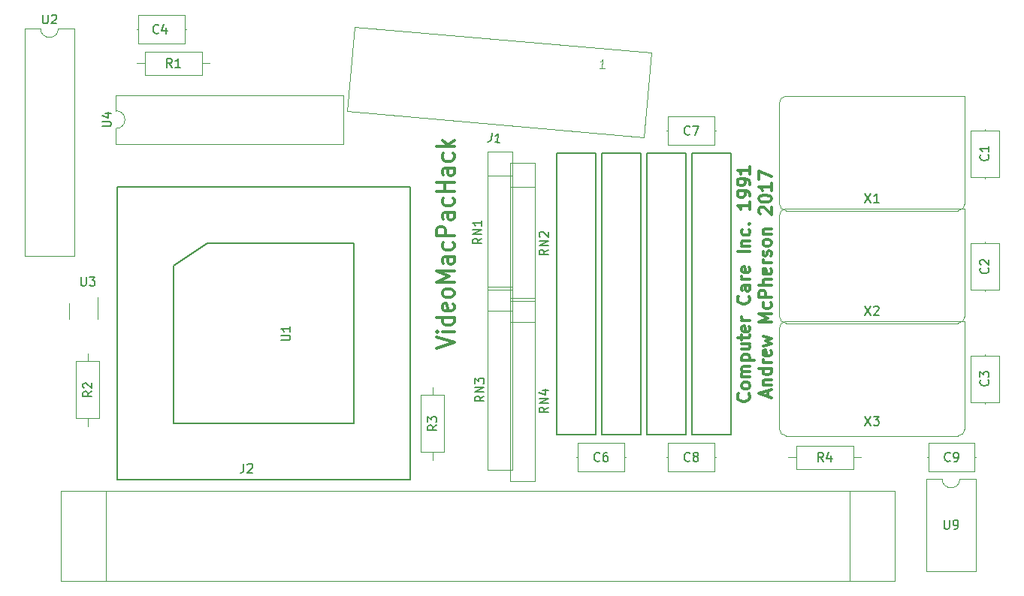
<source format=gbr>
G04 #@! TF.FileFunction,Legend,Top*
%FSLAX46Y46*%
G04 Gerber Fmt 4.6, Leading zero omitted, Abs format (unit mm)*
G04 Created by KiCad (PCBNEW 4.0.6) date Wednesday, 31 May 2017 22:47:01*
%MOMM*%
%LPD*%
G01*
G04 APERTURE LIST*
%ADD10C,0.100000*%
%ADD11C,0.300000*%
%ADD12C,0.150000*%
%ADD13C,0.120000*%
G04 APERTURE END LIST*
D10*
D11*
X208342000Y-128698668D02*
X208408667Y-128765334D01*
X208475333Y-128965334D01*
X208475333Y-129098668D01*
X208408667Y-129298668D01*
X208275333Y-129432001D01*
X208142000Y-129498668D01*
X207875333Y-129565334D01*
X207675333Y-129565334D01*
X207408667Y-129498668D01*
X207275333Y-129432001D01*
X207142000Y-129298668D01*
X207075333Y-129098668D01*
X207075333Y-128965334D01*
X207142000Y-128765334D01*
X207208667Y-128698668D01*
X208475333Y-127898668D02*
X208408667Y-128032001D01*
X208342000Y-128098668D01*
X208208667Y-128165334D01*
X207808667Y-128165334D01*
X207675333Y-128098668D01*
X207608667Y-128032001D01*
X207542000Y-127898668D01*
X207542000Y-127698668D01*
X207608667Y-127565334D01*
X207675333Y-127498668D01*
X207808667Y-127432001D01*
X208208667Y-127432001D01*
X208342000Y-127498668D01*
X208408667Y-127565334D01*
X208475333Y-127698668D01*
X208475333Y-127898668D01*
X208475333Y-126832001D02*
X207542000Y-126832001D01*
X207675333Y-126832001D02*
X207608667Y-126765334D01*
X207542000Y-126632001D01*
X207542000Y-126432001D01*
X207608667Y-126298667D01*
X207742000Y-126232001D01*
X208475333Y-126232001D01*
X207742000Y-126232001D02*
X207608667Y-126165334D01*
X207542000Y-126032001D01*
X207542000Y-125832001D01*
X207608667Y-125698667D01*
X207742000Y-125632001D01*
X208475333Y-125632001D01*
X207542000Y-124965334D02*
X208942000Y-124965334D01*
X207608667Y-124965334D02*
X207542000Y-124832000D01*
X207542000Y-124565334D01*
X207608667Y-124432000D01*
X207675333Y-124365334D01*
X207808667Y-124298667D01*
X208208667Y-124298667D01*
X208342000Y-124365334D01*
X208408667Y-124432000D01*
X208475333Y-124565334D01*
X208475333Y-124832000D01*
X208408667Y-124965334D01*
X207542000Y-123098667D02*
X208475333Y-123098667D01*
X207542000Y-123698667D02*
X208275333Y-123698667D01*
X208408667Y-123632000D01*
X208475333Y-123498667D01*
X208475333Y-123298667D01*
X208408667Y-123165333D01*
X208342000Y-123098667D01*
X207542000Y-122632000D02*
X207542000Y-122098666D01*
X207075333Y-122432000D02*
X208275333Y-122432000D01*
X208408667Y-122365333D01*
X208475333Y-122232000D01*
X208475333Y-122098666D01*
X208408667Y-121098666D02*
X208475333Y-121232000D01*
X208475333Y-121498666D01*
X208408667Y-121632000D01*
X208275333Y-121698666D01*
X207742000Y-121698666D01*
X207608667Y-121632000D01*
X207542000Y-121498666D01*
X207542000Y-121232000D01*
X207608667Y-121098666D01*
X207742000Y-121032000D01*
X207875333Y-121032000D01*
X208008667Y-121698666D01*
X208475333Y-120432000D02*
X207542000Y-120432000D01*
X207808667Y-120432000D02*
X207675333Y-120365333D01*
X207608667Y-120298666D01*
X207542000Y-120165333D01*
X207542000Y-120032000D01*
X208342000Y-117698666D02*
X208408667Y-117765332D01*
X208475333Y-117965332D01*
X208475333Y-118098666D01*
X208408667Y-118298666D01*
X208275333Y-118431999D01*
X208142000Y-118498666D01*
X207875333Y-118565332D01*
X207675333Y-118565332D01*
X207408667Y-118498666D01*
X207275333Y-118431999D01*
X207142000Y-118298666D01*
X207075333Y-118098666D01*
X207075333Y-117965332D01*
X207142000Y-117765332D01*
X207208667Y-117698666D01*
X208475333Y-116498666D02*
X207742000Y-116498666D01*
X207608667Y-116565332D01*
X207542000Y-116698666D01*
X207542000Y-116965332D01*
X207608667Y-117098666D01*
X208408667Y-116498666D02*
X208475333Y-116631999D01*
X208475333Y-116965332D01*
X208408667Y-117098666D01*
X208275333Y-117165332D01*
X208142000Y-117165332D01*
X208008667Y-117098666D01*
X207942000Y-116965332D01*
X207942000Y-116631999D01*
X207875333Y-116498666D01*
X208475333Y-115831999D02*
X207542000Y-115831999D01*
X207808667Y-115831999D02*
X207675333Y-115765332D01*
X207608667Y-115698665D01*
X207542000Y-115565332D01*
X207542000Y-115431999D01*
X208408667Y-114431998D02*
X208475333Y-114565332D01*
X208475333Y-114831998D01*
X208408667Y-114965332D01*
X208275333Y-115031998D01*
X207742000Y-115031998D01*
X207608667Y-114965332D01*
X207542000Y-114831998D01*
X207542000Y-114565332D01*
X207608667Y-114431998D01*
X207742000Y-114365332D01*
X207875333Y-114365332D01*
X208008667Y-115031998D01*
X208475333Y-112698665D02*
X207075333Y-112698665D01*
X207542000Y-112031998D02*
X208475333Y-112031998D01*
X207675333Y-112031998D02*
X207608667Y-111965331D01*
X207542000Y-111831998D01*
X207542000Y-111631998D01*
X207608667Y-111498664D01*
X207742000Y-111431998D01*
X208475333Y-111431998D01*
X208408667Y-110165331D02*
X208475333Y-110298664D01*
X208475333Y-110565331D01*
X208408667Y-110698664D01*
X208342000Y-110765331D01*
X208208667Y-110831997D01*
X207808667Y-110831997D01*
X207675333Y-110765331D01*
X207608667Y-110698664D01*
X207542000Y-110565331D01*
X207542000Y-110298664D01*
X207608667Y-110165331D01*
X208342000Y-109565331D02*
X208408667Y-109498664D01*
X208475333Y-109565331D01*
X208408667Y-109631997D01*
X208342000Y-109565331D01*
X208475333Y-109565331D01*
X208475333Y-107098663D02*
X208475333Y-107898663D01*
X208475333Y-107498663D02*
X207075333Y-107498663D01*
X207275333Y-107631997D01*
X207408667Y-107765330D01*
X207475333Y-107898663D01*
X208475333Y-106431997D02*
X208475333Y-106165330D01*
X208408667Y-106031997D01*
X208342000Y-105965330D01*
X208142000Y-105831997D01*
X207875333Y-105765330D01*
X207342000Y-105765330D01*
X207208667Y-105831997D01*
X207142000Y-105898664D01*
X207075333Y-106031997D01*
X207075333Y-106298664D01*
X207142000Y-106431997D01*
X207208667Y-106498664D01*
X207342000Y-106565330D01*
X207675333Y-106565330D01*
X207808667Y-106498664D01*
X207875333Y-106431997D01*
X207942000Y-106298664D01*
X207942000Y-106031997D01*
X207875333Y-105898664D01*
X207808667Y-105831997D01*
X207675333Y-105765330D01*
X208475333Y-105098664D02*
X208475333Y-104831997D01*
X208408667Y-104698664D01*
X208342000Y-104631997D01*
X208142000Y-104498664D01*
X207875333Y-104431997D01*
X207342000Y-104431997D01*
X207208667Y-104498664D01*
X207142000Y-104565331D01*
X207075333Y-104698664D01*
X207075333Y-104965331D01*
X207142000Y-105098664D01*
X207208667Y-105165331D01*
X207342000Y-105231997D01*
X207675333Y-105231997D01*
X207808667Y-105165331D01*
X207875333Y-105098664D01*
X207942000Y-104965331D01*
X207942000Y-104698664D01*
X207875333Y-104565331D01*
X207808667Y-104498664D01*
X207675333Y-104431997D01*
X208475333Y-103098664D02*
X208475333Y-103898664D01*
X208475333Y-103498664D02*
X207075333Y-103498664D01*
X207275333Y-103631998D01*
X207408667Y-103765331D01*
X207475333Y-103898664D01*
X210475333Y-129032000D02*
X210475333Y-128365334D01*
X210875333Y-129165334D02*
X209475333Y-128698667D01*
X210875333Y-128232000D01*
X209942000Y-127765334D02*
X210875333Y-127765334D01*
X210075333Y-127765334D02*
X210008667Y-127698667D01*
X209942000Y-127565334D01*
X209942000Y-127365334D01*
X210008667Y-127232000D01*
X210142000Y-127165334D01*
X210875333Y-127165334D01*
X210875333Y-125898667D02*
X209475333Y-125898667D01*
X210808667Y-125898667D02*
X210875333Y-126032000D01*
X210875333Y-126298667D01*
X210808667Y-126432000D01*
X210742000Y-126498667D01*
X210608667Y-126565333D01*
X210208667Y-126565333D01*
X210075333Y-126498667D01*
X210008667Y-126432000D01*
X209942000Y-126298667D01*
X209942000Y-126032000D01*
X210008667Y-125898667D01*
X210875333Y-125232000D02*
X209942000Y-125232000D01*
X210208667Y-125232000D02*
X210075333Y-125165333D01*
X210008667Y-125098666D01*
X209942000Y-124965333D01*
X209942000Y-124832000D01*
X210808667Y-123831999D02*
X210875333Y-123965333D01*
X210875333Y-124231999D01*
X210808667Y-124365333D01*
X210675333Y-124431999D01*
X210142000Y-124431999D01*
X210008667Y-124365333D01*
X209942000Y-124231999D01*
X209942000Y-123965333D01*
X210008667Y-123831999D01*
X210142000Y-123765333D01*
X210275333Y-123765333D01*
X210408667Y-124431999D01*
X209942000Y-123298666D02*
X210875333Y-123031999D01*
X210208667Y-122765333D01*
X210875333Y-122498666D01*
X209942000Y-122231999D01*
X210875333Y-120631999D02*
X209475333Y-120631999D01*
X210475333Y-120165332D01*
X209475333Y-119698665D01*
X210875333Y-119698665D01*
X210808667Y-118431999D02*
X210875333Y-118565332D01*
X210875333Y-118831999D01*
X210808667Y-118965332D01*
X210742000Y-119031999D01*
X210608667Y-119098665D01*
X210208667Y-119098665D01*
X210075333Y-119031999D01*
X210008667Y-118965332D01*
X209942000Y-118831999D01*
X209942000Y-118565332D01*
X210008667Y-118431999D01*
X210875333Y-117831999D02*
X209475333Y-117831999D01*
X209475333Y-117298665D01*
X209542000Y-117165332D01*
X209608667Y-117098665D01*
X209742000Y-117031999D01*
X209942000Y-117031999D01*
X210075333Y-117098665D01*
X210142000Y-117165332D01*
X210208667Y-117298665D01*
X210208667Y-117831999D01*
X210875333Y-116431999D02*
X209475333Y-116431999D01*
X210875333Y-115831999D02*
X210142000Y-115831999D01*
X210008667Y-115898665D01*
X209942000Y-116031999D01*
X209942000Y-116231999D01*
X210008667Y-116365332D01*
X210075333Y-116431999D01*
X210808667Y-114631998D02*
X210875333Y-114765332D01*
X210875333Y-115031998D01*
X210808667Y-115165332D01*
X210675333Y-115231998D01*
X210142000Y-115231998D01*
X210008667Y-115165332D01*
X209942000Y-115031998D01*
X209942000Y-114765332D01*
X210008667Y-114631998D01*
X210142000Y-114565332D01*
X210275333Y-114565332D01*
X210408667Y-115231998D01*
X210875333Y-113965332D02*
X209942000Y-113965332D01*
X210208667Y-113965332D02*
X210075333Y-113898665D01*
X210008667Y-113831998D01*
X209942000Y-113698665D01*
X209942000Y-113565332D01*
X210808667Y-113165331D02*
X210875333Y-113031998D01*
X210875333Y-112765331D01*
X210808667Y-112631998D01*
X210675333Y-112565331D01*
X210608667Y-112565331D01*
X210475333Y-112631998D01*
X210408667Y-112765331D01*
X210408667Y-112965331D01*
X210342000Y-113098665D01*
X210208667Y-113165331D01*
X210142000Y-113165331D01*
X210008667Y-113098665D01*
X209942000Y-112965331D01*
X209942000Y-112765331D01*
X210008667Y-112631998D01*
X210875333Y-111765332D02*
X210808667Y-111898665D01*
X210742000Y-111965332D01*
X210608667Y-112031998D01*
X210208667Y-112031998D01*
X210075333Y-111965332D01*
X210008667Y-111898665D01*
X209942000Y-111765332D01*
X209942000Y-111565332D01*
X210008667Y-111431998D01*
X210075333Y-111365332D01*
X210208667Y-111298665D01*
X210608667Y-111298665D01*
X210742000Y-111365332D01*
X210808667Y-111431998D01*
X210875333Y-111565332D01*
X210875333Y-111765332D01*
X209942000Y-110698665D02*
X210875333Y-110698665D01*
X210075333Y-110698665D02*
X210008667Y-110631998D01*
X209942000Y-110498665D01*
X209942000Y-110298665D01*
X210008667Y-110165331D01*
X210142000Y-110098665D01*
X210875333Y-110098665D01*
X209608667Y-108431997D02*
X209542000Y-108365331D01*
X209475333Y-108231997D01*
X209475333Y-107898664D01*
X209542000Y-107765331D01*
X209608667Y-107698664D01*
X209742000Y-107631997D01*
X209875333Y-107631997D01*
X210075333Y-107698664D01*
X210875333Y-108498664D01*
X210875333Y-107631997D01*
X209475333Y-106765331D02*
X209475333Y-106631998D01*
X209542000Y-106498664D01*
X209608667Y-106431998D01*
X209742000Y-106365331D01*
X210008667Y-106298664D01*
X210342000Y-106298664D01*
X210608667Y-106365331D01*
X210742000Y-106431998D01*
X210808667Y-106498664D01*
X210875333Y-106631998D01*
X210875333Y-106765331D01*
X210808667Y-106898664D01*
X210742000Y-106965331D01*
X210608667Y-107031998D01*
X210342000Y-107098664D01*
X210008667Y-107098664D01*
X209742000Y-107031998D01*
X209608667Y-106965331D01*
X209542000Y-106898664D01*
X209475333Y-106765331D01*
X210875333Y-104965331D02*
X210875333Y-105765331D01*
X210875333Y-105365331D02*
X209475333Y-105365331D01*
X209675333Y-105498665D01*
X209808667Y-105631998D01*
X209875333Y-105765331D01*
X209475333Y-104498665D02*
X209475333Y-103565332D01*
X210875333Y-104165332D01*
X173148762Y-123545712D02*
X175148762Y-122945712D01*
X173148762Y-122345712D01*
X175148762Y-121745713D02*
X173815429Y-121745713D01*
X173148762Y-121745713D02*
X173244000Y-121831427D01*
X173339238Y-121745713D01*
X173244000Y-121659998D01*
X173148762Y-121745713D01*
X173339238Y-121745713D01*
X175148762Y-120117141D02*
X173148762Y-120117141D01*
X175053524Y-120117141D02*
X175148762Y-120288570D01*
X175148762Y-120631427D01*
X175053524Y-120802855D01*
X174958286Y-120888570D01*
X174767810Y-120974284D01*
X174196381Y-120974284D01*
X174005905Y-120888570D01*
X173910667Y-120802855D01*
X173815429Y-120631427D01*
X173815429Y-120288570D01*
X173910667Y-120117141D01*
X175053524Y-118574284D02*
X175148762Y-118745713D01*
X175148762Y-119088570D01*
X175053524Y-119259999D01*
X174863048Y-119345713D01*
X174101143Y-119345713D01*
X173910667Y-119259999D01*
X173815429Y-119088570D01*
X173815429Y-118745713D01*
X173910667Y-118574284D01*
X174101143Y-118488570D01*
X174291619Y-118488570D01*
X174482095Y-119345713D01*
X175148762Y-117459999D02*
X175053524Y-117631427D01*
X174958286Y-117717142D01*
X174767810Y-117802856D01*
X174196381Y-117802856D01*
X174005905Y-117717142D01*
X173910667Y-117631427D01*
X173815429Y-117459999D01*
X173815429Y-117202856D01*
X173910667Y-117031427D01*
X174005905Y-116945713D01*
X174196381Y-116859999D01*
X174767810Y-116859999D01*
X174958286Y-116945713D01*
X175053524Y-117031427D01*
X175148762Y-117202856D01*
X175148762Y-117459999D01*
X175148762Y-116088571D02*
X173148762Y-116088571D01*
X174577333Y-115488571D01*
X173148762Y-114888571D01*
X175148762Y-114888571D01*
X175148762Y-113259999D02*
X174101143Y-113259999D01*
X173910667Y-113345713D01*
X173815429Y-113517142D01*
X173815429Y-113859999D01*
X173910667Y-114031428D01*
X175053524Y-113259999D02*
X175148762Y-113431428D01*
X175148762Y-113859999D01*
X175053524Y-114031428D01*
X174863048Y-114117142D01*
X174672571Y-114117142D01*
X174482095Y-114031428D01*
X174386857Y-113859999D01*
X174386857Y-113431428D01*
X174291619Y-113259999D01*
X175053524Y-111631428D02*
X175148762Y-111802857D01*
X175148762Y-112145714D01*
X175053524Y-112317142D01*
X174958286Y-112402857D01*
X174767810Y-112488571D01*
X174196381Y-112488571D01*
X174005905Y-112402857D01*
X173910667Y-112317142D01*
X173815429Y-112145714D01*
X173815429Y-111802857D01*
X173910667Y-111631428D01*
X175148762Y-110860000D02*
X173148762Y-110860000D01*
X173148762Y-110174285D01*
X173244000Y-110002857D01*
X173339238Y-109917142D01*
X173529714Y-109831428D01*
X173815429Y-109831428D01*
X174005905Y-109917142D01*
X174101143Y-110002857D01*
X174196381Y-110174285D01*
X174196381Y-110860000D01*
X175148762Y-108288571D02*
X174101143Y-108288571D01*
X173910667Y-108374285D01*
X173815429Y-108545714D01*
X173815429Y-108888571D01*
X173910667Y-109060000D01*
X175053524Y-108288571D02*
X175148762Y-108460000D01*
X175148762Y-108888571D01*
X175053524Y-109060000D01*
X174863048Y-109145714D01*
X174672571Y-109145714D01*
X174482095Y-109060000D01*
X174386857Y-108888571D01*
X174386857Y-108460000D01*
X174291619Y-108288571D01*
X175053524Y-106660000D02*
X175148762Y-106831429D01*
X175148762Y-107174286D01*
X175053524Y-107345714D01*
X174958286Y-107431429D01*
X174767810Y-107517143D01*
X174196381Y-107517143D01*
X174005905Y-107431429D01*
X173910667Y-107345714D01*
X173815429Y-107174286D01*
X173815429Y-106831429D01*
X173910667Y-106660000D01*
X175148762Y-105888572D02*
X173148762Y-105888572D01*
X174101143Y-105888572D02*
X174101143Y-104860000D01*
X175148762Y-104860000D02*
X173148762Y-104860000D01*
X175148762Y-103231429D02*
X174101143Y-103231429D01*
X173910667Y-103317143D01*
X173815429Y-103488572D01*
X173815429Y-103831429D01*
X173910667Y-104002858D01*
X175053524Y-103231429D02*
X175148762Y-103402858D01*
X175148762Y-103831429D01*
X175053524Y-104002858D01*
X174863048Y-104088572D01*
X174672571Y-104088572D01*
X174482095Y-104002858D01*
X174386857Y-103831429D01*
X174386857Y-103402858D01*
X174291619Y-103231429D01*
X175053524Y-101602858D02*
X175148762Y-101774287D01*
X175148762Y-102117144D01*
X175053524Y-102288572D01*
X174958286Y-102374287D01*
X174767810Y-102460001D01*
X174196381Y-102460001D01*
X174005905Y-102374287D01*
X173910667Y-102288572D01*
X173815429Y-102117144D01*
X173815429Y-101774287D01*
X173910667Y-101602858D01*
X175148762Y-100831430D02*
X173148762Y-100831430D01*
X174386857Y-100660001D02*
X175148762Y-100145715D01*
X173815429Y-100145715D02*
X174577333Y-100831430D01*
D12*
X186690000Y-133350000D02*
X191135000Y-133350000D01*
X186690000Y-101600000D02*
X191135000Y-101600000D01*
X191135000Y-101600000D02*
X191135000Y-133350000D01*
X186690000Y-101600000D02*
X186690000Y-133350000D01*
X196850000Y-133350000D02*
X201295000Y-133350000D01*
X196850000Y-101600000D02*
X201295000Y-101600000D01*
X201295000Y-101600000D02*
X201295000Y-133350000D01*
X196850000Y-101600000D02*
X196850000Y-133350000D01*
X201930000Y-133350000D02*
X206375000Y-133350000D01*
X201930000Y-101600000D02*
X206375000Y-101600000D01*
X206375000Y-101600000D02*
X206375000Y-133350000D01*
X201930000Y-101600000D02*
X201930000Y-133350000D01*
D13*
X130810000Y-139700000D02*
X224790000Y-139700000D01*
X224790000Y-139700000D02*
X224790000Y-147320000D01*
X130810000Y-147320000D02*
X130810000Y-139700000D01*
X135890000Y-147320000D02*
X135890000Y-139700000D01*
X219710000Y-147320000D02*
X219710000Y-139700000D01*
X130810000Y-147320000D02*
X130810000Y-149860000D01*
X130810000Y-149860000D02*
X224790000Y-149860000D01*
X224790000Y-149860000D02*
X224790000Y-147320000D01*
X219710000Y-149860000D02*
X219710000Y-147320000D01*
X135890000Y-147320000D02*
X135890000Y-149860000D01*
X184280000Y-102700000D02*
X181480000Y-102700000D01*
X181480000Y-102700000D02*
X181480000Y-118280000D01*
X181480000Y-118280000D02*
X184280000Y-118280000D01*
X184280000Y-118280000D02*
X184280000Y-102700000D01*
X184280000Y-105410000D02*
X181480000Y-105410000D01*
X181740000Y-101430000D02*
X178940000Y-101430000D01*
X178940000Y-101430000D02*
X178940000Y-117010000D01*
X178940000Y-117010000D02*
X181740000Y-117010000D01*
X181740000Y-117010000D02*
X181740000Y-101430000D01*
X181740000Y-104140000D02*
X178940000Y-104140000D01*
X181740000Y-116670000D02*
X178940000Y-116670000D01*
X178940000Y-116670000D02*
X178940000Y-137330000D01*
X178940000Y-137330000D02*
X181740000Y-137330000D01*
X181740000Y-137330000D02*
X181740000Y-116670000D01*
X181740000Y-119380000D02*
X178940000Y-119380000D01*
X184280000Y-117940000D02*
X181480000Y-117940000D01*
X181480000Y-117940000D02*
X181480000Y-138600000D01*
X181480000Y-138600000D02*
X184280000Y-138600000D01*
X184280000Y-138600000D02*
X184280000Y-117940000D01*
X184280000Y-120650000D02*
X181480000Y-120650000D01*
X232700000Y-107300000D02*
X232700000Y-95150000D01*
X212550000Y-108050000D02*
X231950000Y-108050000D01*
X211800000Y-95900000D02*
X211800000Y-107300000D01*
X232700000Y-95150000D02*
X212550000Y-95150000D01*
X212550000Y-95150000D02*
G75*
G03X211800000Y-95900000I0J-750000D01*
G01*
X211800000Y-107300000D02*
G75*
G03X212550000Y-108050000I750000J0D01*
G01*
X231950000Y-108050000D02*
G75*
G03X232700000Y-107300000I0J750000D01*
G01*
X232700000Y-120000000D02*
X232700000Y-107850000D01*
X212550000Y-120750000D02*
X231950000Y-120750000D01*
X211800000Y-108600000D02*
X211800000Y-120000000D01*
X232700000Y-107850000D02*
X212550000Y-107850000D01*
X212550000Y-107850000D02*
G75*
G03X211800000Y-108600000I0J-750000D01*
G01*
X211800000Y-120000000D02*
G75*
G03X212550000Y-120750000I750000J0D01*
G01*
X231950000Y-120750000D02*
G75*
G03X232700000Y-120000000I0J750000D01*
G01*
X232700000Y-132700000D02*
X232700000Y-120550000D01*
X212550000Y-133450000D02*
X231950000Y-133450000D01*
X211800000Y-121300000D02*
X211800000Y-132700000D01*
X232700000Y-120550000D02*
X212550000Y-120550000D01*
X212550000Y-120550000D02*
G75*
G03X211800000Y-121300000I0J-750000D01*
G01*
X211800000Y-132700000D02*
G75*
G03X212550000Y-133450000I750000J0D01*
G01*
X231950000Y-133450000D02*
G75*
G03X232700000Y-132700000I0J750000D01*
G01*
X233340000Y-104270000D02*
X236560000Y-104270000D01*
X236560000Y-104270000D02*
X236560000Y-99050000D01*
X236560000Y-99050000D02*
X233340000Y-99050000D01*
X233340000Y-99050000D02*
X233340000Y-104270000D01*
X234950000Y-104430000D02*
X234950000Y-104270000D01*
X234950000Y-98890000D02*
X234950000Y-99050000D01*
X233340000Y-116970000D02*
X236560000Y-116970000D01*
X236560000Y-116970000D02*
X236560000Y-111750000D01*
X236560000Y-111750000D02*
X233340000Y-111750000D01*
X233340000Y-111750000D02*
X233340000Y-116970000D01*
X234950000Y-117130000D02*
X234950000Y-116970000D01*
X234950000Y-111590000D02*
X234950000Y-111750000D01*
X233340000Y-129670000D02*
X236560000Y-129670000D01*
X236560000Y-129670000D02*
X236560000Y-124450000D01*
X236560000Y-124450000D02*
X233340000Y-124450000D01*
X233340000Y-124450000D02*
X233340000Y-129670000D01*
X234950000Y-129830000D02*
X234950000Y-129670000D01*
X234950000Y-124290000D02*
X234950000Y-124450000D01*
X139570000Y-86020000D02*
X139570000Y-89240000D01*
X139570000Y-89240000D02*
X144790000Y-89240000D01*
X144790000Y-89240000D02*
X144790000Y-86020000D01*
X144790000Y-86020000D02*
X139570000Y-86020000D01*
X139410000Y-87630000D02*
X139570000Y-87630000D01*
X144950000Y-87630000D02*
X144790000Y-87630000D01*
X189100000Y-134280000D02*
X189100000Y-137500000D01*
X189100000Y-137500000D02*
X194320000Y-137500000D01*
X194320000Y-137500000D02*
X194320000Y-134280000D01*
X194320000Y-134280000D02*
X189100000Y-134280000D01*
X188940000Y-135890000D02*
X189100000Y-135890000D01*
X194480000Y-135890000D02*
X194320000Y-135890000D01*
X199260000Y-97450000D02*
X199260000Y-100670000D01*
X199260000Y-100670000D02*
X204480000Y-100670000D01*
X204480000Y-100670000D02*
X204480000Y-97450000D01*
X204480000Y-97450000D02*
X199260000Y-97450000D01*
X199100000Y-99060000D02*
X199260000Y-99060000D01*
X204640000Y-99060000D02*
X204480000Y-99060000D01*
X199260000Y-134280000D02*
X199260000Y-137500000D01*
X199260000Y-137500000D02*
X204480000Y-137500000D01*
X204480000Y-137500000D02*
X204480000Y-134280000D01*
X204480000Y-134280000D02*
X199260000Y-134280000D01*
X199100000Y-135890000D02*
X199260000Y-135890000D01*
X204640000Y-135890000D02*
X204480000Y-135890000D01*
X233810000Y-137500000D02*
X233810000Y-134280000D01*
X233810000Y-134280000D02*
X228590000Y-134280000D01*
X228590000Y-134280000D02*
X228590000Y-137500000D01*
X228590000Y-137500000D02*
X233810000Y-137500000D01*
X233970000Y-135890000D02*
X233810000Y-135890000D01*
X228430000Y-135890000D02*
X228590000Y-135890000D01*
X196492689Y-99787696D02*
X163100243Y-96866235D01*
X163100243Y-96866235D02*
X163936938Y-87302766D01*
X163936938Y-87302766D02*
X197329385Y-90224227D01*
X197329385Y-90224227D02*
X196492689Y-99787696D01*
X146720000Y-92750000D02*
X146720000Y-90130000D01*
X146720000Y-90130000D02*
X140300000Y-90130000D01*
X140300000Y-90130000D02*
X140300000Y-92750000D01*
X140300000Y-92750000D02*
X146720000Y-92750000D01*
X147610000Y-91440000D02*
X146720000Y-91440000D01*
X139410000Y-91440000D02*
X140300000Y-91440000D01*
X135168000Y-125060000D02*
X132548000Y-125060000D01*
X132548000Y-125060000D02*
X132548000Y-131480000D01*
X132548000Y-131480000D02*
X135168000Y-131480000D01*
X135168000Y-131480000D02*
X135168000Y-125060000D01*
X133858000Y-124170000D02*
X133858000Y-125060000D01*
X133858000Y-132370000D02*
X133858000Y-131480000D01*
X171410000Y-135290000D02*
X174030000Y-135290000D01*
X174030000Y-135290000D02*
X174030000Y-128870000D01*
X174030000Y-128870000D02*
X171410000Y-128870000D01*
X171410000Y-128870000D02*
X171410000Y-135290000D01*
X172720000Y-136180000D02*
X172720000Y-135290000D01*
X172720000Y-127980000D02*
X172720000Y-128870000D01*
X213706000Y-134580000D02*
X213706000Y-137200000D01*
X213706000Y-137200000D02*
X220126000Y-137200000D01*
X220126000Y-137200000D02*
X220126000Y-134580000D01*
X220126000Y-134580000D02*
X213706000Y-134580000D01*
X212816000Y-135890000D02*
X213706000Y-135890000D01*
X221016000Y-135890000D02*
X220126000Y-135890000D01*
D12*
X147320000Y-111760000D02*
X143510000Y-114300000D01*
X143510000Y-114300000D02*
X143510000Y-132080000D01*
X143510000Y-132080000D02*
X163830000Y-132080000D01*
X163830000Y-132080000D02*
X163830000Y-111760000D01*
X170180000Y-105410000D02*
X137160000Y-105410000D01*
X137160000Y-105410000D02*
X137160000Y-138430000D01*
X137160000Y-138430000D02*
X170180000Y-138430000D01*
X170180000Y-138430000D02*
X170180000Y-105410000D01*
X163830000Y-111760000D02*
X147320000Y-111760000D01*
D13*
X128540000Y-87510000D02*
X126770000Y-87510000D01*
X126770000Y-87510000D02*
X126770000Y-113150000D01*
X126770000Y-113150000D02*
X132310000Y-113150000D01*
X132310000Y-113150000D02*
X132310000Y-87510000D01*
X132310000Y-87510000D02*
X130540000Y-87510000D01*
X130540000Y-87510000D02*
G75*
G02X128540000Y-87510000I-1000000J0D01*
G01*
X131740000Y-118480000D02*
X131740000Y-120280000D01*
X134960000Y-120280000D02*
X134960000Y-117830000D01*
X137040000Y-98790000D02*
X137040000Y-100560000D01*
X137040000Y-100560000D02*
X162680000Y-100560000D01*
X162680000Y-100560000D02*
X162680000Y-95020000D01*
X162680000Y-95020000D02*
X137040000Y-95020000D01*
X137040000Y-95020000D02*
X137040000Y-96790000D01*
X137040000Y-96790000D02*
G75*
G02X137040000Y-98790000I0J-1000000D01*
G01*
X230140000Y-138310000D02*
X228370000Y-138310000D01*
X228370000Y-138310000D02*
X228370000Y-148710000D01*
X228370000Y-148710000D02*
X233910000Y-148710000D01*
X233910000Y-148710000D02*
X233910000Y-138310000D01*
X233910000Y-138310000D02*
X232140000Y-138310000D01*
X232140000Y-138310000D02*
G75*
G02X230140000Y-138310000I-1000000J0D01*
G01*
D12*
X191770000Y-133350000D02*
X196215000Y-133350000D01*
X191770000Y-101600000D02*
X196215000Y-101600000D01*
X196215000Y-101600000D02*
X196215000Y-133350000D01*
X191770000Y-101600000D02*
X191770000Y-133350000D01*
X151426667Y-136612381D02*
X151426667Y-137326667D01*
X151379047Y-137469524D01*
X151283809Y-137564762D01*
X151140952Y-137612381D01*
X151045714Y-137612381D01*
X151855238Y-136707619D02*
X151902857Y-136660000D01*
X151998095Y-136612381D01*
X152236191Y-136612381D01*
X152331429Y-136660000D01*
X152379048Y-136707619D01*
X152426667Y-136802857D01*
X152426667Y-136898095D01*
X152379048Y-137040952D01*
X151807619Y-137612381D01*
X152426667Y-137612381D01*
X185732381Y-112450476D02*
X185256190Y-112783810D01*
X185732381Y-113021905D02*
X184732381Y-113021905D01*
X184732381Y-112640952D01*
X184780000Y-112545714D01*
X184827619Y-112498095D01*
X184922857Y-112450476D01*
X185065714Y-112450476D01*
X185160952Y-112498095D01*
X185208571Y-112545714D01*
X185256190Y-112640952D01*
X185256190Y-113021905D01*
X185732381Y-112021905D02*
X184732381Y-112021905D01*
X185732381Y-111450476D01*
X184732381Y-111450476D01*
X184827619Y-111021905D02*
X184780000Y-110974286D01*
X184732381Y-110879048D01*
X184732381Y-110640952D01*
X184780000Y-110545714D01*
X184827619Y-110498095D01*
X184922857Y-110450476D01*
X185018095Y-110450476D01*
X185160952Y-110498095D01*
X185732381Y-111069524D01*
X185732381Y-110450476D01*
X178252381Y-111180476D02*
X177776190Y-111513810D01*
X178252381Y-111751905D02*
X177252381Y-111751905D01*
X177252381Y-111370952D01*
X177300000Y-111275714D01*
X177347619Y-111228095D01*
X177442857Y-111180476D01*
X177585714Y-111180476D01*
X177680952Y-111228095D01*
X177728571Y-111275714D01*
X177776190Y-111370952D01*
X177776190Y-111751905D01*
X178252381Y-110751905D02*
X177252381Y-110751905D01*
X178252381Y-110180476D01*
X177252381Y-110180476D01*
X178252381Y-109180476D02*
X178252381Y-109751905D01*
X178252381Y-109466191D02*
X177252381Y-109466191D01*
X177395238Y-109561429D01*
X177490476Y-109656667D01*
X177538095Y-109751905D01*
X178506381Y-128960476D02*
X178030190Y-129293810D01*
X178506381Y-129531905D02*
X177506381Y-129531905D01*
X177506381Y-129150952D01*
X177554000Y-129055714D01*
X177601619Y-129008095D01*
X177696857Y-128960476D01*
X177839714Y-128960476D01*
X177934952Y-129008095D01*
X177982571Y-129055714D01*
X178030190Y-129150952D01*
X178030190Y-129531905D01*
X178506381Y-128531905D02*
X177506381Y-128531905D01*
X178506381Y-127960476D01*
X177506381Y-127960476D01*
X177506381Y-127579524D02*
X177506381Y-126960476D01*
X177887333Y-127293810D01*
X177887333Y-127150952D01*
X177934952Y-127055714D01*
X177982571Y-127008095D01*
X178077810Y-126960476D01*
X178315905Y-126960476D01*
X178411143Y-127008095D01*
X178458762Y-127055714D01*
X178506381Y-127150952D01*
X178506381Y-127436667D01*
X178458762Y-127531905D01*
X178411143Y-127579524D01*
X185732381Y-130230476D02*
X185256190Y-130563810D01*
X185732381Y-130801905D02*
X184732381Y-130801905D01*
X184732381Y-130420952D01*
X184780000Y-130325714D01*
X184827619Y-130278095D01*
X184922857Y-130230476D01*
X185065714Y-130230476D01*
X185160952Y-130278095D01*
X185208571Y-130325714D01*
X185256190Y-130420952D01*
X185256190Y-130801905D01*
X185732381Y-129801905D02*
X184732381Y-129801905D01*
X185732381Y-129230476D01*
X184732381Y-129230476D01*
X185065714Y-128325714D02*
X185732381Y-128325714D01*
X184684762Y-128563810D02*
X185399048Y-128801905D01*
X185399048Y-128182857D01*
X221440476Y-106132381D02*
X222107143Y-107132381D01*
X222107143Y-106132381D02*
X221440476Y-107132381D01*
X223011905Y-107132381D02*
X222440476Y-107132381D01*
X222726190Y-107132381D02*
X222726190Y-106132381D01*
X222630952Y-106275238D01*
X222535714Y-106370476D01*
X222440476Y-106418095D01*
X221440476Y-118832381D02*
X222107143Y-119832381D01*
X222107143Y-118832381D02*
X221440476Y-119832381D01*
X222440476Y-118927619D02*
X222488095Y-118880000D01*
X222583333Y-118832381D01*
X222821429Y-118832381D01*
X222916667Y-118880000D01*
X222964286Y-118927619D01*
X223011905Y-119022857D01*
X223011905Y-119118095D01*
X222964286Y-119260952D01*
X222392857Y-119832381D01*
X223011905Y-119832381D01*
X221440476Y-131278381D02*
X222107143Y-132278381D01*
X222107143Y-131278381D02*
X221440476Y-132278381D01*
X222392857Y-131278381D02*
X223011905Y-131278381D01*
X222678571Y-131659333D01*
X222821429Y-131659333D01*
X222916667Y-131706952D01*
X222964286Y-131754571D01*
X223011905Y-131849810D01*
X223011905Y-132087905D01*
X222964286Y-132183143D01*
X222916667Y-132230762D01*
X222821429Y-132278381D01*
X222535714Y-132278381D01*
X222440476Y-132230762D01*
X222392857Y-132183143D01*
X235307143Y-101766666D02*
X235354762Y-101814285D01*
X235402381Y-101957142D01*
X235402381Y-102052380D01*
X235354762Y-102195238D01*
X235259524Y-102290476D01*
X235164286Y-102338095D01*
X234973810Y-102385714D01*
X234830952Y-102385714D01*
X234640476Y-102338095D01*
X234545238Y-102290476D01*
X234450000Y-102195238D01*
X234402381Y-102052380D01*
X234402381Y-101957142D01*
X234450000Y-101814285D01*
X234497619Y-101766666D01*
X235402381Y-100814285D02*
X235402381Y-101385714D01*
X235402381Y-101100000D02*
X234402381Y-101100000D01*
X234545238Y-101195238D01*
X234640476Y-101290476D01*
X234688095Y-101385714D01*
X235307143Y-114526666D02*
X235354762Y-114574285D01*
X235402381Y-114717142D01*
X235402381Y-114812380D01*
X235354762Y-114955238D01*
X235259524Y-115050476D01*
X235164286Y-115098095D01*
X234973810Y-115145714D01*
X234830952Y-115145714D01*
X234640476Y-115098095D01*
X234545238Y-115050476D01*
X234450000Y-114955238D01*
X234402381Y-114812380D01*
X234402381Y-114717142D01*
X234450000Y-114574285D01*
X234497619Y-114526666D01*
X234497619Y-114145714D02*
X234450000Y-114098095D01*
X234402381Y-114002857D01*
X234402381Y-113764761D01*
X234450000Y-113669523D01*
X234497619Y-113621904D01*
X234592857Y-113574285D01*
X234688095Y-113574285D01*
X234830952Y-113621904D01*
X235402381Y-114193333D01*
X235402381Y-113574285D01*
X235307143Y-127166666D02*
X235354762Y-127214285D01*
X235402381Y-127357142D01*
X235402381Y-127452380D01*
X235354762Y-127595238D01*
X235259524Y-127690476D01*
X235164286Y-127738095D01*
X234973810Y-127785714D01*
X234830952Y-127785714D01*
X234640476Y-127738095D01*
X234545238Y-127690476D01*
X234450000Y-127595238D01*
X234402381Y-127452380D01*
X234402381Y-127357142D01*
X234450000Y-127214285D01*
X234497619Y-127166666D01*
X234402381Y-126833333D02*
X234402381Y-126214285D01*
X234783333Y-126547619D01*
X234783333Y-126404761D01*
X234830952Y-126309523D01*
X234878571Y-126261904D01*
X234973810Y-126214285D01*
X235211905Y-126214285D01*
X235307143Y-126261904D01*
X235354762Y-126309523D01*
X235402381Y-126404761D01*
X235402381Y-126690476D01*
X235354762Y-126785714D01*
X235307143Y-126833333D01*
X141819334Y-87987143D02*
X141771715Y-88034762D01*
X141628858Y-88082381D01*
X141533620Y-88082381D01*
X141390762Y-88034762D01*
X141295524Y-87939524D01*
X141247905Y-87844286D01*
X141200286Y-87653810D01*
X141200286Y-87510952D01*
X141247905Y-87320476D01*
X141295524Y-87225238D01*
X141390762Y-87130000D01*
X141533620Y-87082381D01*
X141628858Y-87082381D01*
X141771715Y-87130000D01*
X141819334Y-87177619D01*
X142676477Y-87415714D02*
X142676477Y-88082381D01*
X142438381Y-87034762D02*
X142200286Y-87749048D01*
X142819334Y-87749048D01*
X191543334Y-136247143D02*
X191495715Y-136294762D01*
X191352858Y-136342381D01*
X191257620Y-136342381D01*
X191114762Y-136294762D01*
X191019524Y-136199524D01*
X190971905Y-136104286D01*
X190924286Y-135913810D01*
X190924286Y-135770952D01*
X190971905Y-135580476D01*
X191019524Y-135485238D01*
X191114762Y-135390000D01*
X191257620Y-135342381D01*
X191352858Y-135342381D01*
X191495715Y-135390000D01*
X191543334Y-135437619D01*
X192400477Y-135342381D02*
X192210000Y-135342381D01*
X192114762Y-135390000D01*
X192067143Y-135437619D01*
X191971905Y-135580476D01*
X191924286Y-135770952D01*
X191924286Y-136151905D01*
X191971905Y-136247143D01*
X192019524Y-136294762D01*
X192114762Y-136342381D01*
X192305239Y-136342381D01*
X192400477Y-136294762D01*
X192448096Y-136247143D01*
X192495715Y-136151905D01*
X192495715Y-135913810D01*
X192448096Y-135818571D01*
X192400477Y-135770952D01*
X192305239Y-135723333D01*
X192114762Y-135723333D01*
X192019524Y-135770952D01*
X191971905Y-135818571D01*
X191924286Y-135913810D01*
X201703334Y-99417143D02*
X201655715Y-99464762D01*
X201512858Y-99512381D01*
X201417620Y-99512381D01*
X201274762Y-99464762D01*
X201179524Y-99369524D01*
X201131905Y-99274286D01*
X201084286Y-99083810D01*
X201084286Y-98940952D01*
X201131905Y-98750476D01*
X201179524Y-98655238D01*
X201274762Y-98560000D01*
X201417620Y-98512381D01*
X201512858Y-98512381D01*
X201655715Y-98560000D01*
X201703334Y-98607619D01*
X202036667Y-98512381D02*
X202703334Y-98512381D01*
X202274762Y-99512381D01*
X201703334Y-136247143D02*
X201655715Y-136294762D01*
X201512858Y-136342381D01*
X201417620Y-136342381D01*
X201274762Y-136294762D01*
X201179524Y-136199524D01*
X201131905Y-136104286D01*
X201084286Y-135913810D01*
X201084286Y-135770952D01*
X201131905Y-135580476D01*
X201179524Y-135485238D01*
X201274762Y-135390000D01*
X201417620Y-135342381D01*
X201512858Y-135342381D01*
X201655715Y-135390000D01*
X201703334Y-135437619D01*
X202274762Y-135770952D02*
X202179524Y-135723333D01*
X202131905Y-135675714D01*
X202084286Y-135580476D01*
X202084286Y-135532857D01*
X202131905Y-135437619D01*
X202179524Y-135390000D01*
X202274762Y-135342381D01*
X202465239Y-135342381D01*
X202560477Y-135390000D01*
X202608096Y-135437619D01*
X202655715Y-135532857D01*
X202655715Y-135580476D01*
X202608096Y-135675714D01*
X202560477Y-135723333D01*
X202465239Y-135770952D01*
X202274762Y-135770952D01*
X202179524Y-135818571D01*
X202131905Y-135866190D01*
X202084286Y-135961429D01*
X202084286Y-136151905D01*
X202131905Y-136247143D01*
X202179524Y-136294762D01*
X202274762Y-136342381D01*
X202465239Y-136342381D01*
X202560477Y-136294762D01*
X202608096Y-136247143D01*
X202655715Y-136151905D01*
X202655715Y-135961429D01*
X202608096Y-135866190D01*
X202560477Y-135818571D01*
X202465239Y-135770952D01*
X231033334Y-136247143D02*
X230985715Y-136294762D01*
X230842858Y-136342381D01*
X230747620Y-136342381D01*
X230604762Y-136294762D01*
X230509524Y-136199524D01*
X230461905Y-136104286D01*
X230414286Y-135913810D01*
X230414286Y-135770952D01*
X230461905Y-135580476D01*
X230509524Y-135485238D01*
X230604762Y-135390000D01*
X230747620Y-135342381D01*
X230842858Y-135342381D01*
X230985715Y-135390000D01*
X231033334Y-135437619D01*
X231509524Y-136342381D02*
X231700000Y-136342381D01*
X231795239Y-136294762D01*
X231842858Y-136247143D01*
X231938096Y-136104286D01*
X231985715Y-135913810D01*
X231985715Y-135532857D01*
X231938096Y-135437619D01*
X231890477Y-135390000D01*
X231795239Y-135342381D01*
X231604762Y-135342381D01*
X231509524Y-135390000D01*
X231461905Y-135437619D01*
X231414286Y-135532857D01*
X231414286Y-135770952D01*
X231461905Y-135866190D01*
X231509524Y-135913810D01*
X231604762Y-135961429D01*
X231795239Y-135961429D01*
X231890477Y-135913810D01*
X231938096Y-135866190D01*
X231985715Y-135770952D01*
X179377039Y-99296480D02*
X179314784Y-100008048D01*
X179254895Y-100146211D01*
X179151719Y-100232786D01*
X179005255Y-100267773D01*
X178910379Y-100259472D01*
X180286078Y-100379830D02*
X179716823Y-100330027D01*
X180001450Y-100354929D02*
X180088606Y-99358734D01*
X179981279Y-99492747D01*
X179878103Y-99579322D01*
X179779077Y-99618459D01*
D13*
X192087191Y-92036617D02*
X191517937Y-91986814D01*
X191802563Y-92011716D02*
X191889719Y-91015521D01*
X191782393Y-91149534D01*
X191679217Y-91236109D01*
X191580191Y-91275246D01*
D12*
X143343334Y-91892381D02*
X143010000Y-91416190D01*
X142771905Y-91892381D02*
X142771905Y-90892381D01*
X143152858Y-90892381D01*
X143248096Y-90940000D01*
X143295715Y-90987619D01*
X143343334Y-91082857D01*
X143343334Y-91225714D01*
X143295715Y-91320952D01*
X143248096Y-91368571D01*
X143152858Y-91416190D01*
X142771905Y-91416190D01*
X144295715Y-91892381D02*
X143724286Y-91892381D01*
X144010000Y-91892381D02*
X144010000Y-90892381D01*
X143914762Y-91035238D01*
X143819524Y-91130476D01*
X143724286Y-91178095D01*
X134310381Y-128436666D02*
X133834190Y-128770000D01*
X134310381Y-129008095D02*
X133310381Y-129008095D01*
X133310381Y-128627142D01*
X133358000Y-128531904D01*
X133405619Y-128484285D01*
X133500857Y-128436666D01*
X133643714Y-128436666D01*
X133738952Y-128484285D01*
X133786571Y-128531904D01*
X133834190Y-128627142D01*
X133834190Y-129008095D01*
X133405619Y-128055714D02*
X133358000Y-128008095D01*
X133310381Y-127912857D01*
X133310381Y-127674761D01*
X133358000Y-127579523D01*
X133405619Y-127531904D01*
X133500857Y-127484285D01*
X133596095Y-127484285D01*
X133738952Y-127531904D01*
X134310381Y-128103333D01*
X134310381Y-127484285D01*
X173172381Y-132246666D02*
X172696190Y-132580000D01*
X173172381Y-132818095D02*
X172172381Y-132818095D01*
X172172381Y-132437142D01*
X172220000Y-132341904D01*
X172267619Y-132294285D01*
X172362857Y-132246666D01*
X172505714Y-132246666D01*
X172600952Y-132294285D01*
X172648571Y-132341904D01*
X172696190Y-132437142D01*
X172696190Y-132818095D01*
X172172381Y-131913333D02*
X172172381Y-131294285D01*
X172553333Y-131627619D01*
X172553333Y-131484761D01*
X172600952Y-131389523D01*
X172648571Y-131341904D01*
X172743810Y-131294285D01*
X172981905Y-131294285D01*
X173077143Y-131341904D01*
X173124762Y-131389523D01*
X173172381Y-131484761D01*
X173172381Y-131770476D01*
X173124762Y-131865714D01*
X173077143Y-131913333D01*
X216749334Y-136342381D02*
X216416000Y-135866190D01*
X216177905Y-136342381D02*
X216177905Y-135342381D01*
X216558858Y-135342381D01*
X216654096Y-135390000D01*
X216701715Y-135437619D01*
X216749334Y-135532857D01*
X216749334Y-135675714D01*
X216701715Y-135770952D01*
X216654096Y-135818571D01*
X216558858Y-135866190D01*
X216177905Y-135866190D01*
X217606477Y-135675714D02*
X217606477Y-136342381D01*
X217368381Y-135294762D02*
X217130286Y-136009048D01*
X217749334Y-136009048D01*
X155662381Y-122681905D02*
X156471905Y-122681905D01*
X156567143Y-122634286D01*
X156614762Y-122586667D01*
X156662381Y-122491429D01*
X156662381Y-122300952D01*
X156614762Y-122205714D01*
X156567143Y-122158095D01*
X156471905Y-122110476D01*
X155662381Y-122110476D01*
X156662381Y-121110476D02*
X156662381Y-121681905D01*
X156662381Y-121396191D02*
X155662381Y-121396191D01*
X155805238Y-121491429D01*
X155900476Y-121586667D01*
X155948095Y-121681905D01*
X128778095Y-85962381D02*
X128778095Y-86771905D01*
X128825714Y-86867143D01*
X128873333Y-86914762D01*
X128968571Y-86962381D01*
X129159048Y-86962381D01*
X129254286Y-86914762D01*
X129301905Y-86867143D01*
X129349524Y-86771905D01*
X129349524Y-85962381D01*
X129778095Y-86057619D02*
X129825714Y-86010000D01*
X129920952Y-85962381D01*
X130159048Y-85962381D01*
X130254286Y-86010000D01*
X130301905Y-86057619D01*
X130349524Y-86152857D01*
X130349524Y-86248095D01*
X130301905Y-86390952D01*
X129730476Y-86962381D01*
X130349524Y-86962381D01*
X133096095Y-115530381D02*
X133096095Y-116339905D01*
X133143714Y-116435143D01*
X133191333Y-116482762D01*
X133286571Y-116530381D01*
X133477048Y-116530381D01*
X133572286Y-116482762D01*
X133619905Y-116435143D01*
X133667524Y-116339905D01*
X133667524Y-115530381D01*
X134048476Y-115530381D02*
X134667524Y-115530381D01*
X134334190Y-115911333D01*
X134477048Y-115911333D01*
X134572286Y-115958952D01*
X134619905Y-116006571D01*
X134667524Y-116101810D01*
X134667524Y-116339905D01*
X134619905Y-116435143D01*
X134572286Y-116482762D01*
X134477048Y-116530381D01*
X134191333Y-116530381D01*
X134096095Y-116482762D01*
X134048476Y-116435143D01*
X135492381Y-98551905D02*
X136301905Y-98551905D01*
X136397143Y-98504286D01*
X136444762Y-98456667D01*
X136492381Y-98361429D01*
X136492381Y-98170952D01*
X136444762Y-98075714D01*
X136397143Y-98028095D01*
X136301905Y-97980476D01*
X135492381Y-97980476D01*
X135825714Y-97075714D02*
X136492381Y-97075714D01*
X135444762Y-97313810D02*
X136159048Y-97551905D01*
X136159048Y-96932857D01*
X230378095Y-142962381D02*
X230378095Y-143771905D01*
X230425714Y-143867143D01*
X230473333Y-143914762D01*
X230568571Y-143962381D01*
X230759048Y-143962381D01*
X230854286Y-143914762D01*
X230901905Y-143867143D01*
X230949524Y-143771905D01*
X230949524Y-142962381D01*
X231473333Y-143962381D02*
X231663809Y-143962381D01*
X231759048Y-143914762D01*
X231806667Y-143867143D01*
X231901905Y-143724286D01*
X231949524Y-143533810D01*
X231949524Y-143152857D01*
X231901905Y-143057619D01*
X231854286Y-143010000D01*
X231759048Y-142962381D01*
X231568571Y-142962381D01*
X231473333Y-143010000D01*
X231425714Y-143057619D01*
X231378095Y-143152857D01*
X231378095Y-143390952D01*
X231425714Y-143486190D01*
X231473333Y-143533810D01*
X231568571Y-143581429D01*
X231759048Y-143581429D01*
X231854286Y-143533810D01*
X231901905Y-143486190D01*
X231949524Y-143390952D01*
M02*

</source>
